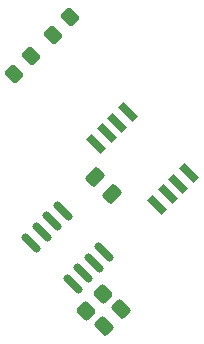
<source format=gtp>
G04 #@! TF.GenerationSoftware,KiCad,Pcbnew,(7.0.0)*
G04 #@! TF.CreationDate,2023-04-23T00:27:49-06:00*
G04 #@! TF.ProjectId,Fonocardiograma_V3A,466f6e6f-6361-4726-9469-6f6772616d61,rev?*
G04 #@! TF.SameCoordinates,Original*
G04 #@! TF.FileFunction,Paste,Top*
G04 #@! TF.FilePolarity,Positive*
%FSLAX46Y46*%
G04 Gerber Fmt 4.6, Leading zero omitted, Abs format (unit mm)*
G04 Created by KiCad (PCBNEW (7.0.0)) date 2023-04-23 00:27:49*
%MOMM*%
%LPD*%
G01*
G04 APERTURE LIST*
G04 Aperture macros list*
%AMRoundRect*
0 Rectangle with rounded corners*
0 $1 Rounding radius*
0 $2 $3 $4 $5 $6 $7 $8 $9 X,Y pos of 4 corners*
0 Add a 4 corners polygon primitive as box body*
4,1,4,$2,$3,$4,$5,$6,$7,$8,$9,$2,$3,0*
0 Add four circle primitives for the rounded corners*
1,1,$1+$1,$2,$3*
1,1,$1+$1,$4,$5*
1,1,$1+$1,$6,$7*
1,1,$1+$1,$8,$9*
0 Add four rect primitives between the rounded corners*
20,1,$1+$1,$2,$3,$4,$5,0*
20,1,$1+$1,$4,$5,$6,$7,0*
20,1,$1+$1,$6,$7,$8,$9,0*
20,1,$1+$1,$8,$9,$2,$3,0*%
%AMRotRect*
0 Rectangle, with rotation*
0 The origin of the aperture is its center*
0 $1 length*
0 $2 width*
0 $3 Rotation angle, in degrees counterclockwise*
0 Add horizontal line*
21,1,$1,$2,0,0,$3*%
G04 Aperture macros list end*
%ADD10RoundRect,0.150000X-0.689429X0.477297X0.477297X-0.689429X0.689429X-0.477297X-0.477297X0.689429X0*%
%ADD11RoundRect,0.250000X0.574524X0.097227X0.097227X0.574524X-0.574524X-0.097227X-0.097227X-0.574524X0*%
%ADD12RotRect,1.700000X0.650000X135.000000*%
%ADD13RoundRect,0.250000X-0.070711X0.565685X-0.565685X0.070711X0.070711X-0.565685X0.565685X-0.070711X0*%
%ADD14RoundRect,0.250000X0.097227X-0.574524X0.574524X-0.097227X-0.097227X0.574524X-0.574524X0.097227X0*%
%ADD15RoundRect,0.250000X-0.088388X0.548008X-0.548008X0.088388X0.088388X-0.548008X0.548008X-0.088388X0*%
G04 APERTURE END LIST*
D10*
X101736025Y-74285974D03*
X100838000Y-75184000D03*
X99939974Y-76082026D03*
X99041948Y-76980051D03*
X102542127Y-80480230D03*
X103440152Y-79582204D03*
X104338178Y-78684178D03*
X105236204Y-77786153D03*
D11*
X105889623Y-72869623D03*
X104422377Y-71402377D03*
D12*
X109691900Y-73777977D03*
X110589926Y-72879952D03*
X111487952Y-71981926D03*
X112385977Y-71083900D03*
X107224098Y-65922021D03*
X106326072Y-66820046D03*
X105428046Y-67718072D03*
X104530021Y-68616098D03*
D13*
X105101107Y-81334893D03*
X103686893Y-82749107D03*
D14*
X105184377Y-84045623D03*
X106651623Y-82578377D03*
D15*
X102362000Y-57912000D03*
X100912432Y-59361568D03*
X99060000Y-61214000D03*
X97610432Y-62663568D03*
M02*

</source>
